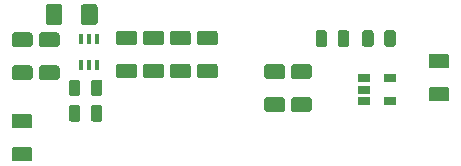
<source format=gbr>
G04 #@! TF.GenerationSoftware,KiCad,Pcbnew,5.1.5+dfsg1-2build2*
G04 #@! TF.CreationDate,2021-06-15T21:01:14+02:00*
G04 #@! TF.ProjectId,circuit9,63697263-7569-4743-992e-6b696361645f,rev?*
G04 #@! TF.SameCoordinates,Original*
G04 #@! TF.FileFunction,Paste,Top*
G04 #@! TF.FilePolarity,Positive*
%FSLAX46Y46*%
G04 Gerber Fmt 4.6, Leading zero omitted, Abs format (unit mm)*
G04 Created by KiCad (PCBNEW 5.1.5+dfsg1-2build2) date 2021-06-15 21:01:14*
%MOMM*%
%LPD*%
G04 APERTURE LIST*
%ADD10C,0.100000*%
%ADD11R,0.400000X0.900000*%
%ADD12R,1.060000X0.650000*%
G04 APERTURE END LIST*
D10*
G36*
X35050642Y-43865474D02*
G01*
X35074303Y-43868984D01*
X35097507Y-43874796D01*
X35120029Y-43882854D01*
X35141653Y-43893082D01*
X35162170Y-43905379D01*
X35181383Y-43919629D01*
X35199107Y-43935693D01*
X35215171Y-43953417D01*
X35229421Y-43972630D01*
X35241718Y-43993147D01*
X35251946Y-44014771D01*
X35260004Y-44037293D01*
X35265816Y-44060497D01*
X35269326Y-44084158D01*
X35270500Y-44108050D01*
X35270500Y-45020550D01*
X35269326Y-45044442D01*
X35265816Y-45068103D01*
X35260004Y-45091307D01*
X35251946Y-45113829D01*
X35241718Y-45135453D01*
X35229421Y-45155970D01*
X35215171Y-45175183D01*
X35199107Y-45192907D01*
X35181383Y-45208971D01*
X35162170Y-45223221D01*
X35141653Y-45235518D01*
X35120029Y-45245746D01*
X35097507Y-45253804D01*
X35074303Y-45259616D01*
X35050642Y-45263126D01*
X35026750Y-45264300D01*
X34539250Y-45264300D01*
X34515358Y-45263126D01*
X34491697Y-45259616D01*
X34468493Y-45253804D01*
X34445971Y-45245746D01*
X34424347Y-45235518D01*
X34403830Y-45223221D01*
X34384617Y-45208971D01*
X34366893Y-45192907D01*
X34350829Y-45175183D01*
X34336579Y-45155970D01*
X34324282Y-45135453D01*
X34314054Y-45113829D01*
X34305996Y-45091307D01*
X34300184Y-45068103D01*
X34296674Y-45044442D01*
X34295500Y-45020550D01*
X34295500Y-44108050D01*
X34296674Y-44084158D01*
X34300184Y-44060497D01*
X34305996Y-44037293D01*
X34314054Y-44014771D01*
X34324282Y-43993147D01*
X34336579Y-43972630D01*
X34350829Y-43953417D01*
X34366893Y-43935693D01*
X34384617Y-43919629D01*
X34403830Y-43905379D01*
X34424347Y-43893082D01*
X34445971Y-43882854D01*
X34468493Y-43874796D01*
X34491697Y-43868984D01*
X34515358Y-43865474D01*
X34539250Y-43864300D01*
X35026750Y-43864300D01*
X35050642Y-43865474D01*
G37*
G36*
X33175642Y-43865474D02*
G01*
X33199303Y-43868984D01*
X33222507Y-43874796D01*
X33245029Y-43882854D01*
X33266653Y-43893082D01*
X33287170Y-43905379D01*
X33306383Y-43919629D01*
X33324107Y-43935693D01*
X33340171Y-43953417D01*
X33354421Y-43972630D01*
X33366718Y-43993147D01*
X33376946Y-44014771D01*
X33385004Y-44037293D01*
X33390816Y-44060497D01*
X33394326Y-44084158D01*
X33395500Y-44108050D01*
X33395500Y-45020550D01*
X33394326Y-45044442D01*
X33390816Y-45068103D01*
X33385004Y-45091307D01*
X33376946Y-45113829D01*
X33366718Y-45135453D01*
X33354421Y-45155970D01*
X33340171Y-45175183D01*
X33324107Y-45192907D01*
X33306383Y-45208971D01*
X33287170Y-45223221D01*
X33266653Y-45235518D01*
X33245029Y-45245746D01*
X33222507Y-45253804D01*
X33199303Y-45259616D01*
X33175642Y-45263126D01*
X33151750Y-45264300D01*
X32664250Y-45264300D01*
X32640358Y-45263126D01*
X32616697Y-45259616D01*
X32593493Y-45253804D01*
X32570971Y-45245746D01*
X32549347Y-45235518D01*
X32528830Y-45223221D01*
X32509617Y-45208971D01*
X32491893Y-45192907D01*
X32475829Y-45175183D01*
X32461579Y-45155970D01*
X32449282Y-45135453D01*
X32439054Y-45113829D01*
X32430996Y-45091307D01*
X32425184Y-45068103D01*
X32421674Y-45044442D01*
X32420500Y-45020550D01*
X32420500Y-44108050D01*
X32421674Y-44084158D01*
X32425184Y-44060497D01*
X32430996Y-44037293D01*
X32439054Y-44014771D01*
X32449282Y-43993147D01*
X32461579Y-43972630D01*
X32475829Y-43953417D01*
X32491893Y-43935693D01*
X32509617Y-43919629D01*
X32528830Y-43905379D01*
X32549347Y-43893082D01*
X32570971Y-43882854D01*
X32593493Y-43874796D01*
X32616697Y-43868984D01*
X32640358Y-43865474D01*
X32664250Y-43864300D01*
X33151750Y-43864300D01*
X33175642Y-43865474D01*
G37*
G36*
X55942142Y-39687174D02*
G01*
X55965803Y-39690684D01*
X55989007Y-39696496D01*
X56011529Y-39704554D01*
X56033153Y-39714782D01*
X56053670Y-39727079D01*
X56072883Y-39741329D01*
X56090607Y-39757393D01*
X56106671Y-39775117D01*
X56120921Y-39794330D01*
X56133218Y-39814847D01*
X56143446Y-39836471D01*
X56151504Y-39858993D01*
X56157316Y-39882197D01*
X56160826Y-39905858D01*
X56162000Y-39929750D01*
X56162000Y-40842250D01*
X56160826Y-40866142D01*
X56157316Y-40889803D01*
X56151504Y-40913007D01*
X56143446Y-40935529D01*
X56133218Y-40957153D01*
X56120921Y-40977670D01*
X56106671Y-40996883D01*
X56090607Y-41014607D01*
X56072883Y-41030671D01*
X56053670Y-41044921D01*
X56033153Y-41057218D01*
X56011529Y-41067446D01*
X55989007Y-41075504D01*
X55965803Y-41081316D01*
X55942142Y-41084826D01*
X55918250Y-41086000D01*
X55430750Y-41086000D01*
X55406858Y-41084826D01*
X55383197Y-41081316D01*
X55359993Y-41075504D01*
X55337471Y-41067446D01*
X55315847Y-41057218D01*
X55295330Y-41044921D01*
X55276117Y-41030671D01*
X55258393Y-41014607D01*
X55242329Y-40996883D01*
X55228079Y-40977670D01*
X55215782Y-40957153D01*
X55205554Y-40935529D01*
X55197496Y-40913007D01*
X55191684Y-40889803D01*
X55188174Y-40866142D01*
X55187000Y-40842250D01*
X55187000Y-39929750D01*
X55188174Y-39905858D01*
X55191684Y-39882197D01*
X55197496Y-39858993D01*
X55205554Y-39836471D01*
X55215782Y-39814847D01*
X55228079Y-39794330D01*
X55242329Y-39775117D01*
X55258393Y-39757393D01*
X55276117Y-39741329D01*
X55295330Y-39727079D01*
X55315847Y-39714782D01*
X55337471Y-39704554D01*
X55359993Y-39696496D01*
X55383197Y-39690684D01*
X55406858Y-39687174D01*
X55430750Y-39686000D01*
X55918250Y-39686000D01*
X55942142Y-39687174D01*
G37*
G36*
X54067142Y-39687174D02*
G01*
X54090803Y-39690684D01*
X54114007Y-39696496D01*
X54136529Y-39704554D01*
X54158153Y-39714782D01*
X54178670Y-39727079D01*
X54197883Y-39741329D01*
X54215607Y-39757393D01*
X54231671Y-39775117D01*
X54245921Y-39794330D01*
X54258218Y-39814847D01*
X54268446Y-39836471D01*
X54276504Y-39858993D01*
X54282316Y-39882197D01*
X54285826Y-39905858D01*
X54287000Y-39929750D01*
X54287000Y-40842250D01*
X54285826Y-40866142D01*
X54282316Y-40889803D01*
X54276504Y-40913007D01*
X54268446Y-40935529D01*
X54258218Y-40957153D01*
X54245921Y-40977670D01*
X54231671Y-40996883D01*
X54215607Y-41014607D01*
X54197883Y-41030671D01*
X54178670Y-41044921D01*
X54158153Y-41057218D01*
X54136529Y-41067446D01*
X54114007Y-41075504D01*
X54090803Y-41081316D01*
X54067142Y-41084826D01*
X54043250Y-41086000D01*
X53555750Y-41086000D01*
X53531858Y-41084826D01*
X53508197Y-41081316D01*
X53484993Y-41075504D01*
X53462471Y-41067446D01*
X53440847Y-41057218D01*
X53420330Y-41044921D01*
X53401117Y-41030671D01*
X53383393Y-41014607D01*
X53367329Y-40996883D01*
X53353079Y-40977670D01*
X53340782Y-40957153D01*
X53330554Y-40935529D01*
X53322496Y-40913007D01*
X53316684Y-40889803D01*
X53313174Y-40866142D01*
X53312000Y-40842250D01*
X53312000Y-39929750D01*
X53313174Y-39905858D01*
X53316684Y-39882197D01*
X53322496Y-39858993D01*
X53330554Y-39836471D01*
X53340782Y-39814847D01*
X53353079Y-39794330D01*
X53367329Y-39775117D01*
X53383393Y-39757393D01*
X53401117Y-39741329D01*
X53420330Y-39727079D01*
X53440847Y-39714782D01*
X53462471Y-39704554D01*
X53484993Y-39696496D01*
X53508197Y-39690684D01*
X53531858Y-39687174D01*
X53555750Y-39686000D01*
X54043250Y-39686000D01*
X54067142Y-39687174D01*
G37*
G36*
X35050642Y-46024474D02*
G01*
X35074303Y-46027984D01*
X35097507Y-46033796D01*
X35120029Y-46041854D01*
X35141653Y-46052082D01*
X35162170Y-46064379D01*
X35181383Y-46078629D01*
X35199107Y-46094693D01*
X35215171Y-46112417D01*
X35229421Y-46131630D01*
X35241718Y-46152147D01*
X35251946Y-46173771D01*
X35260004Y-46196293D01*
X35265816Y-46219497D01*
X35269326Y-46243158D01*
X35270500Y-46267050D01*
X35270500Y-47179550D01*
X35269326Y-47203442D01*
X35265816Y-47227103D01*
X35260004Y-47250307D01*
X35251946Y-47272829D01*
X35241718Y-47294453D01*
X35229421Y-47314970D01*
X35215171Y-47334183D01*
X35199107Y-47351907D01*
X35181383Y-47367971D01*
X35162170Y-47382221D01*
X35141653Y-47394518D01*
X35120029Y-47404746D01*
X35097507Y-47412804D01*
X35074303Y-47418616D01*
X35050642Y-47422126D01*
X35026750Y-47423300D01*
X34539250Y-47423300D01*
X34515358Y-47422126D01*
X34491697Y-47418616D01*
X34468493Y-47412804D01*
X34445971Y-47404746D01*
X34424347Y-47394518D01*
X34403830Y-47382221D01*
X34384617Y-47367971D01*
X34366893Y-47351907D01*
X34350829Y-47334183D01*
X34336579Y-47314970D01*
X34324282Y-47294453D01*
X34314054Y-47272829D01*
X34305996Y-47250307D01*
X34300184Y-47227103D01*
X34296674Y-47203442D01*
X34295500Y-47179550D01*
X34295500Y-46267050D01*
X34296674Y-46243158D01*
X34300184Y-46219497D01*
X34305996Y-46196293D01*
X34314054Y-46173771D01*
X34324282Y-46152147D01*
X34336579Y-46131630D01*
X34350829Y-46112417D01*
X34366893Y-46094693D01*
X34384617Y-46078629D01*
X34403830Y-46064379D01*
X34424347Y-46052082D01*
X34445971Y-46041854D01*
X34468493Y-46033796D01*
X34491697Y-46027984D01*
X34515358Y-46024474D01*
X34539250Y-46023300D01*
X35026750Y-46023300D01*
X35050642Y-46024474D01*
G37*
G36*
X33175642Y-46024474D02*
G01*
X33199303Y-46027984D01*
X33222507Y-46033796D01*
X33245029Y-46041854D01*
X33266653Y-46052082D01*
X33287170Y-46064379D01*
X33306383Y-46078629D01*
X33324107Y-46094693D01*
X33340171Y-46112417D01*
X33354421Y-46131630D01*
X33366718Y-46152147D01*
X33376946Y-46173771D01*
X33385004Y-46196293D01*
X33390816Y-46219497D01*
X33394326Y-46243158D01*
X33395500Y-46267050D01*
X33395500Y-47179550D01*
X33394326Y-47203442D01*
X33390816Y-47227103D01*
X33385004Y-47250307D01*
X33376946Y-47272829D01*
X33366718Y-47294453D01*
X33354421Y-47314970D01*
X33340171Y-47334183D01*
X33324107Y-47351907D01*
X33306383Y-47367971D01*
X33287170Y-47382221D01*
X33266653Y-47394518D01*
X33245029Y-47404746D01*
X33222507Y-47412804D01*
X33199303Y-47418616D01*
X33175642Y-47422126D01*
X33151750Y-47423300D01*
X32664250Y-47423300D01*
X32640358Y-47422126D01*
X32616697Y-47418616D01*
X32593493Y-47412804D01*
X32570971Y-47404746D01*
X32549347Y-47394518D01*
X32528830Y-47382221D01*
X32509617Y-47367971D01*
X32491893Y-47351907D01*
X32475829Y-47334183D01*
X32461579Y-47314970D01*
X32449282Y-47294453D01*
X32439054Y-47272829D01*
X32430996Y-47250307D01*
X32425184Y-47227103D01*
X32421674Y-47203442D01*
X32420500Y-47179550D01*
X32420500Y-46267050D01*
X32421674Y-46243158D01*
X32425184Y-46219497D01*
X32430996Y-46196293D01*
X32439054Y-46173771D01*
X32449282Y-46152147D01*
X32461579Y-46131630D01*
X32475829Y-46112417D01*
X32491893Y-46094693D01*
X32509617Y-46078629D01*
X32528830Y-46064379D01*
X32549347Y-46052082D01*
X32570971Y-46041854D01*
X32593493Y-46033796D01*
X32616697Y-46027984D01*
X32640358Y-46024474D01*
X32664250Y-46023300D01*
X33151750Y-46023300D01*
X33175642Y-46024474D01*
G37*
G36*
X58004142Y-39687174D02*
G01*
X58027803Y-39690684D01*
X58051007Y-39696496D01*
X58073529Y-39704554D01*
X58095153Y-39714782D01*
X58115670Y-39727079D01*
X58134883Y-39741329D01*
X58152607Y-39757393D01*
X58168671Y-39775117D01*
X58182921Y-39794330D01*
X58195218Y-39814847D01*
X58205446Y-39836471D01*
X58213504Y-39858993D01*
X58219316Y-39882197D01*
X58222826Y-39905858D01*
X58224000Y-39929750D01*
X58224000Y-40842250D01*
X58222826Y-40866142D01*
X58219316Y-40889803D01*
X58213504Y-40913007D01*
X58205446Y-40935529D01*
X58195218Y-40957153D01*
X58182921Y-40977670D01*
X58168671Y-40996883D01*
X58152607Y-41014607D01*
X58134883Y-41030671D01*
X58115670Y-41044921D01*
X58095153Y-41057218D01*
X58073529Y-41067446D01*
X58051007Y-41075504D01*
X58027803Y-41081316D01*
X58004142Y-41084826D01*
X57980250Y-41086000D01*
X57492750Y-41086000D01*
X57468858Y-41084826D01*
X57445197Y-41081316D01*
X57421993Y-41075504D01*
X57399471Y-41067446D01*
X57377847Y-41057218D01*
X57357330Y-41044921D01*
X57338117Y-41030671D01*
X57320393Y-41014607D01*
X57304329Y-40996883D01*
X57290079Y-40977670D01*
X57277782Y-40957153D01*
X57267554Y-40935529D01*
X57259496Y-40913007D01*
X57253684Y-40889803D01*
X57250174Y-40866142D01*
X57249000Y-40842250D01*
X57249000Y-39929750D01*
X57250174Y-39905858D01*
X57253684Y-39882197D01*
X57259496Y-39858993D01*
X57267554Y-39836471D01*
X57277782Y-39814847D01*
X57290079Y-39794330D01*
X57304329Y-39775117D01*
X57320393Y-39757393D01*
X57338117Y-39741329D01*
X57357330Y-39727079D01*
X57377847Y-39714782D01*
X57399471Y-39704554D01*
X57421993Y-39696496D01*
X57445197Y-39690684D01*
X57468858Y-39687174D01*
X57492750Y-39686000D01*
X57980250Y-39686000D01*
X58004142Y-39687174D01*
G37*
G36*
X59879142Y-39687174D02*
G01*
X59902803Y-39690684D01*
X59926007Y-39696496D01*
X59948529Y-39704554D01*
X59970153Y-39714782D01*
X59990670Y-39727079D01*
X60009883Y-39741329D01*
X60027607Y-39757393D01*
X60043671Y-39775117D01*
X60057921Y-39794330D01*
X60070218Y-39814847D01*
X60080446Y-39836471D01*
X60088504Y-39858993D01*
X60094316Y-39882197D01*
X60097826Y-39905858D01*
X60099000Y-39929750D01*
X60099000Y-40842250D01*
X60097826Y-40866142D01*
X60094316Y-40889803D01*
X60088504Y-40913007D01*
X60080446Y-40935529D01*
X60070218Y-40957153D01*
X60057921Y-40977670D01*
X60043671Y-40996883D01*
X60027607Y-41014607D01*
X60009883Y-41030671D01*
X59990670Y-41044921D01*
X59970153Y-41057218D01*
X59948529Y-41067446D01*
X59926007Y-41075504D01*
X59902803Y-41081316D01*
X59879142Y-41084826D01*
X59855250Y-41086000D01*
X59367750Y-41086000D01*
X59343858Y-41084826D01*
X59320197Y-41081316D01*
X59296993Y-41075504D01*
X59274471Y-41067446D01*
X59252847Y-41057218D01*
X59232330Y-41044921D01*
X59213117Y-41030671D01*
X59195393Y-41014607D01*
X59179329Y-40996883D01*
X59165079Y-40977670D01*
X59152782Y-40957153D01*
X59142554Y-40935529D01*
X59134496Y-40913007D01*
X59128684Y-40889803D01*
X59125174Y-40866142D01*
X59124000Y-40842250D01*
X59124000Y-39929750D01*
X59125174Y-39905858D01*
X59128684Y-39882197D01*
X59134496Y-39858993D01*
X59142554Y-39836471D01*
X59152782Y-39814847D01*
X59165079Y-39794330D01*
X59179329Y-39775117D01*
X59195393Y-39757393D01*
X59213117Y-39741329D01*
X59232330Y-39727079D01*
X59252847Y-39714782D01*
X59274471Y-39704554D01*
X59296993Y-39696496D01*
X59320197Y-39690684D01*
X59343858Y-39687174D01*
X59367750Y-39686000D01*
X59855250Y-39686000D01*
X59879142Y-39687174D01*
G37*
D11*
X33474900Y-42603600D03*
X34774900Y-42603600D03*
X34124900Y-40403600D03*
X34124900Y-42603600D03*
X34774900Y-40403600D03*
X33474900Y-40403600D03*
D12*
X57447000Y-43754000D03*
X57447000Y-44704000D03*
X57447000Y-45654000D03*
X59647000Y-45654000D03*
X59647000Y-43754000D03*
D10*
G36*
X31408904Y-39860804D02*
G01*
X31433173Y-39864404D01*
X31456971Y-39870365D01*
X31480071Y-39878630D01*
X31502249Y-39889120D01*
X31523293Y-39901733D01*
X31542998Y-39916347D01*
X31561177Y-39932823D01*
X31577653Y-39951002D01*
X31592267Y-39970707D01*
X31604880Y-39991751D01*
X31615370Y-40013929D01*
X31623635Y-40037029D01*
X31629596Y-40060827D01*
X31633196Y-40085096D01*
X31634400Y-40109600D01*
X31634400Y-40859600D01*
X31633196Y-40884104D01*
X31629596Y-40908373D01*
X31623635Y-40932171D01*
X31615370Y-40955271D01*
X31604880Y-40977449D01*
X31592267Y-40998493D01*
X31577653Y-41018198D01*
X31561177Y-41036377D01*
X31542998Y-41052853D01*
X31523293Y-41067467D01*
X31502249Y-41080080D01*
X31480071Y-41090570D01*
X31456971Y-41098835D01*
X31433173Y-41104796D01*
X31408904Y-41108396D01*
X31384400Y-41109600D01*
X30134400Y-41109600D01*
X30109896Y-41108396D01*
X30085627Y-41104796D01*
X30061829Y-41098835D01*
X30038729Y-41090570D01*
X30016551Y-41080080D01*
X29995507Y-41067467D01*
X29975802Y-41052853D01*
X29957623Y-41036377D01*
X29941147Y-41018198D01*
X29926533Y-40998493D01*
X29913920Y-40977449D01*
X29903430Y-40955271D01*
X29895165Y-40932171D01*
X29889204Y-40908373D01*
X29885604Y-40884104D01*
X29884400Y-40859600D01*
X29884400Y-40109600D01*
X29885604Y-40085096D01*
X29889204Y-40060827D01*
X29895165Y-40037029D01*
X29903430Y-40013929D01*
X29913920Y-39991751D01*
X29926533Y-39970707D01*
X29941147Y-39951002D01*
X29957623Y-39932823D01*
X29975802Y-39916347D01*
X29995507Y-39901733D01*
X30016551Y-39889120D01*
X30038729Y-39878630D01*
X30061829Y-39870365D01*
X30085627Y-39864404D01*
X30109896Y-39860804D01*
X30134400Y-39859600D01*
X31384400Y-39859600D01*
X31408904Y-39860804D01*
G37*
G36*
X31408904Y-42660804D02*
G01*
X31433173Y-42664404D01*
X31456971Y-42670365D01*
X31480071Y-42678630D01*
X31502249Y-42689120D01*
X31523293Y-42701733D01*
X31542998Y-42716347D01*
X31561177Y-42732823D01*
X31577653Y-42751002D01*
X31592267Y-42770707D01*
X31604880Y-42791751D01*
X31615370Y-42813929D01*
X31623635Y-42837029D01*
X31629596Y-42860827D01*
X31633196Y-42885096D01*
X31634400Y-42909600D01*
X31634400Y-43659600D01*
X31633196Y-43684104D01*
X31629596Y-43708373D01*
X31623635Y-43732171D01*
X31615370Y-43755271D01*
X31604880Y-43777449D01*
X31592267Y-43798493D01*
X31577653Y-43818198D01*
X31561177Y-43836377D01*
X31542998Y-43852853D01*
X31523293Y-43867467D01*
X31502249Y-43880080D01*
X31480071Y-43890570D01*
X31456971Y-43898835D01*
X31433173Y-43904796D01*
X31408904Y-43908396D01*
X31384400Y-43909600D01*
X30134400Y-43909600D01*
X30109896Y-43908396D01*
X30085627Y-43904796D01*
X30061829Y-43898835D01*
X30038729Y-43890570D01*
X30016551Y-43880080D01*
X29995507Y-43867467D01*
X29975802Y-43852853D01*
X29957623Y-43836377D01*
X29941147Y-43818198D01*
X29926533Y-43798493D01*
X29913920Y-43777449D01*
X29903430Y-43755271D01*
X29895165Y-43732171D01*
X29889204Y-43708373D01*
X29885604Y-43684104D01*
X29884400Y-43659600D01*
X29884400Y-42909600D01*
X29885604Y-42885096D01*
X29889204Y-42860827D01*
X29895165Y-42837029D01*
X29903430Y-42813929D01*
X29913920Y-42791751D01*
X29926533Y-42770707D01*
X29941147Y-42751002D01*
X29957623Y-42732823D01*
X29975802Y-42716347D01*
X29995507Y-42701733D01*
X30016551Y-42689120D01*
X30038729Y-42678630D01*
X30061829Y-42670365D01*
X30085627Y-42664404D01*
X30109896Y-42660804D01*
X30134400Y-42659600D01*
X31384400Y-42659600D01*
X31408904Y-42660804D01*
G37*
G36*
X29122904Y-42660804D02*
G01*
X29147173Y-42664404D01*
X29170971Y-42670365D01*
X29194071Y-42678630D01*
X29216249Y-42689120D01*
X29237293Y-42701733D01*
X29256998Y-42716347D01*
X29275177Y-42732823D01*
X29291653Y-42751002D01*
X29306267Y-42770707D01*
X29318880Y-42791751D01*
X29329370Y-42813929D01*
X29337635Y-42837029D01*
X29343596Y-42860827D01*
X29347196Y-42885096D01*
X29348400Y-42909600D01*
X29348400Y-43659600D01*
X29347196Y-43684104D01*
X29343596Y-43708373D01*
X29337635Y-43732171D01*
X29329370Y-43755271D01*
X29318880Y-43777449D01*
X29306267Y-43798493D01*
X29291653Y-43818198D01*
X29275177Y-43836377D01*
X29256998Y-43852853D01*
X29237293Y-43867467D01*
X29216249Y-43880080D01*
X29194071Y-43890570D01*
X29170971Y-43898835D01*
X29147173Y-43904796D01*
X29122904Y-43908396D01*
X29098400Y-43909600D01*
X27848400Y-43909600D01*
X27823896Y-43908396D01*
X27799627Y-43904796D01*
X27775829Y-43898835D01*
X27752729Y-43890570D01*
X27730551Y-43880080D01*
X27709507Y-43867467D01*
X27689802Y-43852853D01*
X27671623Y-43836377D01*
X27655147Y-43818198D01*
X27640533Y-43798493D01*
X27627920Y-43777449D01*
X27617430Y-43755271D01*
X27609165Y-43732171D01*
X27603204Y-43708373D01*
X27599604Y-43684104D01*
X27598400Y-43659600D01*
X27598400Y-42909600D01*
X27599604Y-42885096D01*
X27603204Y-42860827D01*
X27609165Y-42837029D01*
X27617430Y-42813929D01*
X27627920Y-42791751D01*
X27640533Y-42770707D01*
X27655147Y-42751002D01*
X27671623Y-42732823D01*
X27689802Y-42716347D01*
X27709507Y-42701733D01*
X27730551Y-42689120D01*
X27752729Y-42678630D01*
X27775829Y-42670365D01*
X27799627Y-42664404D01*
X27823896Y-42660804D01*
X27848400Y-42659600D01*
X29098400Y-42659600D01*
X29122904Y-42660804D01*
G37*
G36*
X29122904Y-39860804D02*
G01*
X29147173Y-39864404D01*
X29170971Y-39870365D01*
X29194071Y-39878630D01*
X29216249Y-39889120D01*
X29237293Y-39901733D01*
X29256998Y-39916347D01*
X29275177Y-39932823D01*
X29291653Y-39951002D01*
X29306267Y-39970707D01*
X29318880Y-39991751D01*
X29329370Y-40013929D01*
X29337635Y-40037029D01*
X29343596Y-40060827D01*
X29347196Y-40085096D01*
X29348400Y-40109600D01*
X29348400Y-40859600D01*
X29347196Y-40884104D01*
X29343596Y-40908373D01*
X29337635Y-40932171D01*
X29329370Y-40955271D01*
X29318880Y-40977449D01*
X29306267Y-40998493D01*
X29291653Y-41018198D01*
X29275177Y-41036377D01*
X29256998Y-41052853D01*
X29237293Y-41067467D01*
X29216249Y-41080080D01*
X29194071Y-41090570D01*
X29170971Y-41098835D01*
X29147173Y-41104796D01*
X29122904Y-41108396D01*
X29098400Y-41109600D01*
X27848400Y-41109600D01*
X27823896Y-41108396D01*
X27799627Y-41104796D01*
X27775829Y-41098835D01*
X27752729Y-41090570D01*
X27730551Y-41080080D01*
X27709507Y-41067467D01*
X27689802Y-41052853D01*
X27671623Y-41036377D01*
X27655147Y-41018198D01*
X27640533Y-40998493D01*
X27627920Y-40977449D01*
X27617430Y-40955271D01*
X27609165Y-40932171D01*
X27603204Y-40908373D01*
X27599604Y-40884104D01*
X27598400Y-40859600D01*
X27598400Y-40109600D01*
X27599604Y-40085096D01*
X27603204Y-40060827D01*
X27609165Y-40037029D01*
X27617430Y-40013929D01*
X27627920Y-39991751D01*
X27640533Y-39970707D01*
X27655147Y-39951002D01*
X27671623Y-39932823D01*
X27689802Y-39916347D01*
X27709507Y-39901733D01*
X27730551Y-39889120D01*
X27752729Y-39878630D01*
X27775829Y-39870365D01*
X27799627Y-39864404D01*
X27823896Y-39860804D01*
X27848400Y-39859600D01*
X29098400Y-39859600D01*
X29122904Y-39860804D01*
G37*
G36*
X37949404Y-39708404D02*
G01*
X37973673Y-39712004D01*
X37997471Y-39717965D01*
X38020571Y-39726230D01*
X38042749Y-39736720D01*
X38063793Y-39749333D01*
X38083498Y-39763947D01*
X38101677Y-39780423D01*
X38118153Y-39798602D01*
X38132767Y-39818307D01*
X38145380Y-39839351D01*
X38155870Y-39861529D01*
X38164135Y-39884629D01*
X38170096Y-39908427D01*
X38173696Y-39932696D01*
X38174900Y-39957200D01*
X38174900Y-40707200D01*
X38173696Y-40731704D01*
X38170096Y-40755973D01*
X38164135Y-40779771D01*
X38155870Y-40802871D01*
X38145380Y-40825049D01*
X38132767Y-40846093D01*
X38118153Y-40865798D01*
X38101677Y-40883977D01*
X38083498Y-40900453D01*
X38063793Y-40915067D01*
X38042749Y-40927680D01*
X38020571Y-40938170D01*
X37997471Y-40946435D01*
X37973673Y-40952396D01*
X37949404Y-40955996D01*
X37924900Y-40957200D01*
X36674900Y-40957200D01*
X36650396Y-40955996D01*
X36626127Y-40952396D01*
X36602329Y-40946435D01*
X36579229Y-40938170D01*
X36557051Y-40927680D01*
X36536007Y-40915067D01*
X36516302Y-40900453D01*
X36498123Y-40883977D01*
X36481647Y-40865798D01*
X36467033Y-40846093D01*
X36454420Y-40825049D01*
X36443930Y-40802871D01*
X36435665Y-40779771D01*
X36429704Y-40755973D01*
X36426104Y-40731704D01*
X36424900Y-40707200D01*
X36424900Y-39957200D01*
X36426104Y-39932696D01*
X36429704Y-39908427D01*
X36435665Y-39884629D01*
X36443930Y-39861529D01*
X36454420Y-39839351D01*
X36467033Y-39818307D01*
X36481647Y-39798602D01*
X36498123Y-39780423D01*
X36516302Y-39763947D01*
X36536007Y-39749333D01*
X36557051Y-39736720D01*
X36579229Y-39726230D01*
X36602329Y-39717965D01*
X36626127Y-39712004D01*
X36650396Y-39708404D01*
X36674900Y-39707200D01*
X37924900Y-39707200D01*
X37949404Y-39708404D01*
G37*
G36*
X37949404Y-42508404D02*
G01*
X37973673Y-42512004D01*
X37997471Y-42517965D01*
X38020571Y-42526230D01*
X38042749Y-42536720D01*
X38063793Y-42549333D01*
X38083498Y-42563947D01*
X38101677Y-42580423D01*
X38118153Y-42598602D01*
X38132767Y-42618307D01*
X38145380Y-42639351D01*
X38155870Y-42661529D01*
X38164135Y-42684629D01*
X38170096Y-42708427D01*
X38173696Y-42732696D01*
X38174900Y-42757200D01*
X38174900Y-43507200D01*
X38173696Y-43531704D01*
X38170096Y-43555973D01*
X38164135Y-43579771D01*
X38155870Y-43602871D01*
X38145380Y-43625049D01*
X38132767Y-43646093D01*
X38118153Y-43665798D01*
X38101677Y-43683977D01*
X38083498Y-43700453D01*
X38063793Y-43715067D01*
X38042749Y-43727680D01*
X38020571Y-43738170D01*
X37997471Y-43746435D01*
X37973673Y-43752396D01*
X37949404Y-43755996D01*
X37924900Y-43757200D01*
X36674900Y-43757200D01*
X36650396Y-43755996D01*
X36626127Y-43752396D01*
X36602329Y-43746435D01*
X36579229Y-43738170D01*
X36557051Y-43727680D01*
X36536007Y-43715067D01*
X36516302Y-43700453D01*
X36498123Y-43683977D01*
X36481647Y-43665798D01*
X36467033Y-43646093D01*
X36454420Y-43625049D01*
X36443930Y-43602871D01*
X36435665Y-43579771D01*
X36429704Y-43555973D01*
X36426104Y-43531704D01*
X36424900Y-43507200D01*
X36424900Y-42757200D01*
X36426104Y-42732696D01*
X36429704Y-42708427D01*
X36435665Y-42684629D01*
X36443930Y-42661529D01*
X36454420Y-42639351D01*
X36467033Y-42618307D01*
X36481647Y-42598602D01*
X36498123Y-42580423D01*
X36516302Y-42563947D01*
X36536007Y-42549333D01*
X36557051Y-42536720D01*
X36579229Y-42526230D01*
X36602329Y-42517965D01*
X36626127Y-42512004D01*
X36650396Y-42508404D01*
X36674900Y-42507200D01*
X37924900Y-42507200D01*
X37949404Y-42508404D01*
G37*
G36*
X40235404Y-42508404D02*
G01*
X40259673Y-42512004D01*
X40283471Y-42517965D01*
X40306571Y-42526230D01*
X40328749Y-42536720D01*
X40349793Y-42549333D01*
X40369498Y-42563947D01*
X40387677Y-42580423D01*
X40404153Y-42598602D01*
X40418767Y-42618307D01*
X40431380Y-42639351D01*
X40441870Y-42661529D01*
X40450135Y-42684629D01*
X40456096Y-42708427D01*
X40459696Y-42732696D01*
X40460900Y-42757200D01*
X40460900Y-43507200D01*
X40459696Y-43531704D01*
X40456096Y-43555973D01*
X40450135Y-43579771D01*
X40441870Y-43602871D01*
X40431380Y-43625049D01*
X40418767Y-43646093D01*
X40404153Y-43665798D01*
X40387677Y-43683977D01*
X40369498Y-43700453D01*
X40349793Y-43715067D01*
X40328749Y-43727680D01*
X40306571Y-43738170D01*
X40283471Y-43746435D01*
X40259673Y-43752396D01*
X40235404Y-43755996D01*
X40210900Y-43757200D01*
X38960900Y-43757200D01*
X38936396Y-43755996D01*
X38912127Y-43752396D01*
X38888329Y-43746435D01*
X38865229Y-43738170D01*
X38843051Y-43727680D01*
X38822007Y-43715067D01*
X38802302Y-43700453D01*
X38784123Y-43683977D01*
X38767647Y-43665798D01*
X38753033Y-43646093D01*
X38740420Y-43625049D01*
X38729930Y-43602871D01*
X38721665Y-43579771D01*
X38715704Y-43555973D01*
X38712104Y-43531704D01*
X38710900Y-43507200D01*
X38710900Y-42757200D01*
X38712104Y-42732696D01*
X38715704Y-42708427D01*
X38721665Y-42684629D01*
X38729930Y-42661529D01*
X38740420Y-42639351D01*
X38753033Y-42618307D01*
X38767647Y-42598602D01*
X38784123Y-42580423D01*
X38802302Y-42563947D01*
X38822007Y-42549333D01*
X38843051Y-42536720D01*
X38865229Y-42526230D01*
X38888329Y-42517965D01*
X38912127Y-42512004D01*
X38936396Y-42508404D01*
X38960900Y-42507200D01*
X40210900Y-42507200D01*
X40235404Y-42508404D01*
G37*
G36*
X40235404Y-39708404D02*
G01*
X40259673Y-39712004D01*
X40283471Y-39717965D01*
X40306571Y-39726230D01*
X40328749Y-39736720D01*
X40349793Y-39749333D01*
X40369498Y-39763947D01*
X40387677Y-39780423D01*
X40404153Y-39798602D01*
X40418767Y-39818307D01*
X40431380Y-39839351D01*
X40441870Y-39861529D01*
X40450135Y-39884629D01*
X40456096Y-39908427D01*
X40459696Y-39932696D01*
X40460900Y-39957200D01*
X40460900Y-40707200D01*
X40459696Y-40731704D01*
X40456096Y-40755973D01*
X40450135Y-40779771D01*
X40441870Y-40802871D01*
X40431380Y-40825049D01*
X40418767Y-40846093D01*
X40404153Y-40865798D01*
X40387677Y-40883977D01*
X40369498Y-40900453D01*
X40349793Y-40915067D01*
X40328749Y-40927680D01*
X40306571Y-40938170D01*
X40283471Y-40946435D01*
X40259673Y-40952396D01*
X40235404Y-40955996D01*
X40210900Y-40957200D01*
X38960900Y-40957200D01*
X38936396Y-40955996D01*
X38912127Y-40952396D01*
X38888329Y-40946435D01*
X38865229Y-40938170D01*
X38843051Y-40927680D01*
X38822007Y-40915067D01*
X38802302Y-40900453D01*
X38784123Y-40883977D01*
X38767647Y-40865798D01*
X38753033Y-40846093D01*
X38740420Y-40825049D01*
X38729930Y-40802871D01*
X38721665Y-40779771D01*
X38715704Y-40755973D01*
X38712104Y-40731704D01*
X38710900Y-40707200D01*
X38710900Y-39957200D01*
X38712104Y-39932696D01*
X38715704Y-39908427D01*
X38721665Y-39884629D01*
X38729930Y-39861529D01*
X38740420Y-39839351D01*
X38753033Y-39818307D01*
X38767647Y-39798602D01*
X38784123Y-39780423D01*
X38802302Y-39763947D01*
X38822007Y-39749333D01*
X38843051Y-39736720D01*
X38865229Y-39726230D01*
X38888329Y-39717965D01*
X38912127Y-39712004D01*
X38936396Y-39708404D01*
X38960900Y-39707200D01*
X40210900Y-39707200D01*
X40235404Y-39708404D01*
G37*
G36*
X29097504Y-49544204D02*
G01*
X29121773Y-49547804D01*
X29145571Y-49553765D01*
X29168671Y-49562030D01*
X29190849Y-49572520D01*
X29211893Y-49585133D01*
X29231598Y-49599747D01*
X29249777Y-49616223D01*
X29266253Y-49634402D01*
X29280867Y-49654107D01*
X29293480Y-49675151D01*
X29303970Y-49697329D01*
X29312235Y-49720429D01*
X29318196Y-49744227D01*
X29321796Y-49768496D01*
X29323000Y-49793000D01*
X29323000Y-50543000D01*
X29321796Y-50567504D01*
X29318196Y-50591773D01*
X29312235Y-50615571D01*
X29303970Y-50638671D01*
X29293480Y-50660849D01*
X29280867Y-50681893D01*
X29266253Y-50701598D01*
X29249777Y-50719777D01*
X29231598Y-50736253D01*
X29211893Y-50750867D01*
X29190849Y-50763480D01*
X29168671Y-50773970D01*
X29145571Y-50782235D01*
X29121773Y-50788196D01*
X29097504Y-50791796D01*
X29073000Y-50793000D01*
X27823000Y-50793000D01*
X27798496Y-50791796D01*
X27774227Y-50788196D01*
X27750429Y-50782235D01*
X27727329Y-50773970D01*
X27705151Y-50763480D01*
X27684107Y-50750867D01*
X27664402Y-50736253D01*
X27646223Y-50719777D01*
X27629747Y-50701598D01*
X27615133Y-50681893D01*
X27602520Y-50660849D01*
X27592030Y-50638671D01*
X27583765Y-50615571D01*
X27577804Y-50591773D01*
X27574204Y-50567504D01*
X27573000Y-50543000D01*
X27573000Y-49793000D01*
X27574204Y-49768496D01*
X27577804Y-49744227D01*
X27583765Y-49720429D01*
X27592030Y-49697329D01*
X27602520Y-49675151D01*
X27615133Y-49654107D01*
X27629747Y-49634402D01*
X27646223Y-49616223D01*
X27664402Y-49599747D01*
X27684107Y-49585133D01*
X27705151Y-49572520D01*
X27727329Y-49562030D01*
X27750429Y-49553765D01*
X27774227Y-49547804D01*
X27798496Y-49544204D01*
X27823000Y-49543000D01*
X29073000Y-49543000D01*
X29097504Y-49544204D01*
G37*
G36*
X29097504Y-46744204D02*
G01*
X29121773Y-46747804D01*
X29145571Y-46753765D01*
X29168671Y-46762030D01*
X29190849Y-46772520D01*
X29211893Y-46785133D01*
X29231598Y-46799747D01*
X29249777Y-46816223D01*
X29266253Y-46834402D01*
X29280867Y-46854107D01*
X29293480Y-46875151D01*
X29303970Y-46897329D01*
X29312235Y-46920429D01*
X29318196Y-46944227D01*
X29321796Y-46968496D01*
X29323000Y-46993000D01*
X29323000Y-47743000D01*
X29321796Y-47767504D01*
X29318196Y-47791773D01*
X29312235Y-47815571D01*
X29303970Y-47838671D01*
X29293480Y-47860849D01*
X29280867Y-47881893D01*
X29266253Y-47901598D01*
X29249777Y-47919777D01*
X29231598Y-47936253D01*
X29211893Y-47950867D01*
X29190849Y-47963480D01*
X29168671Y-47973970D01*
X29145571Y-47982235D01*
X29121773Y-47988196D01*
X29097504Y-47991796D01*
X29073000Y-47993000D01*
X27823000Y-47993000D01*
X27798496Y-47991796D01*
X27774227Y-47988196D01*
X27750429Y-47982235D01*
X27727329Y-47973970D01*
X27705151Y-47963480D01*
X27684107Y-47950867D01*
X27664402Y-47936253D01*
X27646223Y-47919777D01*
X27629747Y-47901598D01*
X27615133Y-47881893D01*
X27602520Y-47860849D01*
X27592030Y-47838671D01*
X27583765Y-47815571D01*
X27577804Y-47791773D01*
X27574204Y-47767504D01*
X27573000Y-47743000D01*
X27573000Y-46993000D01*
X27574204Y-46968496D01*
X27577804Y-46944227D01*
X27583765Y-46920429D01*
X27592030Y-46897329D01*
X27602520Y-46875151D01*
X27615133Y-46854107D01*
X27629747Y-46834402D01*
X27646223Y-46816223D01*
X27664402Y-46799747D01*
X27684107Y-46785133D01*
X27705151Y-46772520D01*
X27727329Y-46762030D01*
X27750429Y-46753765D01*
X27774227Y-46747804D01*
X27798496Y-46744204D01*
X27823000Y-46743000D01*
X29073000Y-46743000D01*
X29097504Y-46744204D01*
G37*
G36*
X64403504Y-44464204D02*
G01*
X64427773Y-44467804D01*
X64451571Y-44473765D01*
X64474671Y-44482030D01*
X64496849Y-44492520D01*
X64517893Y-44505133D01*
X64537598Y-44519747D01*
X64555777Y-44536223D01*
X64572253Y-44554402D01*
X64586867Y-44574107D01*
X64599480Y-44595151D01*
X64609970Y-44617329D01*
X64618235Y-44640429D01*
X64624196Y-44664227D01*
X64627796Y-44688496D01*
X64629000Y-44713000D01*
X64629000Y-45463000D01*
X64627796Y-45487504D01*
X64624196Y-45511773D01*
X64618235Y-45535571D01*
X64609970Y-45558671D01*
X64599480Y-45580849D01*
X64586867Y-45601893D01*
X64572253Y-45621598D01*
X64555777Y-45639777D01*
X64537598Y-45656253D01*
X64517893Y-45670867D01*
X64496849Y-45683480D01*
X64474671Y-45693970D01*
X64451571Y-45702235D01*
X64427773Y-45708196D01*
X64403504Y-45711796D01*
X64379000Y-45713000D01*
X63129000Y-45713000D01*
X63104496Y-45711796D01*
X63080227Y-45708196D01*
X63056429Y-45702235D01*
X63033329Y-45693970D01*
X63011151Y-45683480D01*
X62990107Y-45670867D01*
X62970402Y-45656253D01*
X62952223Y-45639777D01*
X62935747Y-45621598D01*
X62921133Y-45601893D01*
X62908520Y-45580849D01*
X62898030Y-45558671D01*
X62889765Y-45535571D01*
X62883804Y-45511773D01*
X62880204Y-45487504D01*
X62879000Y-45463000D01*
X62879000Y-44713000D01*
X62880204Y-44688496D01*
X62883804Y-44664227D01*
X62889765Y-44640429D01*
X62898030Y-44617329D01*
X62908520Y-44595151D01*
X62921133Y-44574107D01*
X62935747Y-44554402D01*
X62952223Y-44536223D01*
X62970402Y-44519747D01*
X62990107Y-44505133D01*
X63011151Y-44492520D01*
X63033329Y-44482030D01*
X63056429Y-44473765D01*
X63080227Y-44467804D01*
X63104496Y-44464204D01*
X63129000Y-44463000D01*
X64379000Y-44463000D01*
X64403504Y-44464204D01*
G37*
G36*
X64403504Y-41664204D02*
G01*
X64427773Y-41667804D01*
X64451571Y-41673765D01*
X64474671Y-41682030D01*
X64496849Y-41692520D01*
X64517893Y-41705133D01*
X64537598Y-41719747D01*
X64555777Y-41736223D01*
X64572253Y-41754402D01*
X64586867Y-41774107D01*
X64599480Y-41795151D01*
X64609970Y-41817329D01*
X64618235Y-41840429D01*
X64624196Y-41864227D01*
X64627796Y-41888496D01*
X64629000Y-41913000D01*
X64629000Y-42663000D01*
X64627796Y-42687504D01*
X64624196Y-42711773D01*
X64618235Y-42735571D01*
X64609970Y-42758671D01*
X64599480Y-42780849D01*
X64586867Y-42801893D01*
X64572253Y-42821598D01*
X64555777Y-42839777D01*
X64537598Y-42856253D01*
X64517893Y-42870867D01*
X64496849Y-42883480D01*
X64474671Y-42893970D01*
X64451571Y-42902235D01*
X64427773Y-42908196D01*
X64403504Y-42911796D01*
X64379000Y-42913000D01*
X63129000Y-42913000D01*
X63104496Y-42911796D01*
X63080227Y-42908196D01*
X63056429Y-42902235D01*
X63033329Y-42893970D01*
X63011151Y-42883480D01*
X62990107Y-42870867D01*
X62970402Y-42856253D01*
X62952223Y-42839777D01*
X62935747Y-42821598D01*
X62921133Y-42801893D01*
X62908520Y-42780849D01*
X62898030Y-42758671D01*
X62889765Y-42735571D01*
X62883804Y-42711773D01*
X62880204Y-42687504D01*
X62879000Y-42663000D01*
X62879000Y-41913000D01*
X62880204Y-41888496D01*
X62883804Y-41864227D01*
X62889765Y-41840429D01*
X62898030Y-41817329D01*
X62908520Y-41795151D01*
X62921133Y-41774107D01*
X62935747Y-41754402D01*
X62952223Y-41736223D01*
X62970402Y-41719747D01*
X62990107Y-41705133D01*
X63011151Y-41692520D01*
X63033329Y-41682030D01*
X63056429Y-41673765D01*
X63080227Y-41667804D01*
X63104496Y-41664204D01*
X63129000Y-41663000D01*
X64379000Y-41663000D01*
X64403504Y-41664204D01*
G37*
G36*
X50497004Y-42553204D02*
G01*
X50521273Y-42556804D01*
X50545071Y-42562765D01*
X50568171Y-42571030D01*
X50590349Y-42581520D01*
X50611393Y-42594133D01*
X50631098Y-42608747D01*
X50649277Y-42625223D01*
X50665753Y-42643402D01*
X50680367Y-42663107D01*
X50692980Y-42684151D01*
X50703470Y-42706329D01*
X50711735Y-42729429D01*
X50717696Y-42753227D01*
X50721296Y-42777496D01*
X50722500Y-42802000D01*
X50722500Y-43552000D01*
X50721296Y-43576504D01*
X50717696Y-43600773D01*
X50711735Y-43624571D01*
X50703470Y-43647671D01*
X50692980Y-43669849D01*
X50680367Y-43690893D01*
X50665753Y-43710598D01*
X50649277Y-43728777D01*
X50631098Y-43745253D01*
X50611393Y-43759867D01*
X50590349Y-43772480D01*
X50568171Y-43782970D01*
X50545071Y-43791235D01*
X50521273Y-43797196D01*
X50497004Y-43800796D01*
X50472500Y-43802000D01*
X49222500Y-43802000D01*
X49197996Y-43800796D01*
X49173727Y-43797196D01*
X49149929Y-43791235D01*
X49126829Y-43782970D01*
X49104651Y-43772480D01*
X49083607Y-43759867D01*
X49063902Y-43745253D01*
X49045723Y-43728777D01*
X49029247Y-43710598D01*
X49014633Y-43690893D01*
X49002020Y-43669849D01*
X48991530Y-43647671D01*
X48983265Y-43624571D01*
X48977304Y-43600773D01*
X48973704Y-43576504D01*
X48972500Y-43552000D01*
X48972500Y-42802000D01*
X48973704Y-42777496D01*
X48977304Y-42753227D01*
X48983265Y-42729429D01*
X48991530Y-42706329D01*
X49002020Y-42684151D01*
X49014633Y-42663107D01*
X49029247Y-42643402D01*
X49045723Y-42625223D01*
X49063902Y-42608747D01*
X49083607Y-42594133D01*
X49104651Y-42581520D01*
X49126829Y-42571030D01*
X49149929Y-42562765D01*
X49173727Y-42556804D01*
X49197996Y-42553204D01*
X49222500Y-42552000D01*
X50472500Y-42552000D01*
X50497004Y-42553204D01*
G37*
G36*
X50497004Y-45353204D02*
G01*
X50521273Y-45356804D01*
X50545071Y-45362765D01*
X50568171Y-45371030D01*
X50590349Y-45381520D01*
X50611393Y-45394133D01*
X50631098Y-45408747D01*
X50649277Y-45425223D01*
X50665753Y-45443402D01*
X50680367Y-45463107D01*
X50692980Y-45484151D01*
X50703470Y-45506329D01*
X50711735Y-45529429D01*
X50717696Y-45553227D01*
X50721296Y-45577496D01*
X50722500Y-45602000D01*
X50722500Y-46352000D01*
X50721296Y-46376504D01*
X50717696Y-46400773D01*
X50711735Y-46424571D01*
X50703470Y-46447671D01*
X50692980Y-46469849D01*
X50680367Y-46490893D01*
X50665753Y-46510598D01*
X50649277Y-46528777D01*
X50631098Y-46545253D01*
X50611393Y-46559867D01*
X50590349Y-46572480D01*
X50568171Y-46582970D01*
X50545071Y-46591235D01*
X50521273Y-46597196D01*
X50497004Y-46600796D01*
X50472500Y-46602000D01*
X49222500Y-46602000D01*
X49197996Y-46600796D01*
X49173727Y-46597196D01*
X49149929Y-46591235D01*
X49126829Y-46582970D01*
X49104651Y-46572480D01*
X49083607Y-46559867D01*
X49063902Y-46545253D01*
X49045723Y-46528777D01*
X49029247Y-46510598D01*
X49014633Y-46490893D01*
X49002020Y-46469849D01*
X48991530Y-46447671D01*
X48983265Y-46424571D01*
X48977304Y-46400773D01*
X48973704Y-46376504D01*
X48972500Y-46352000D01*
X48972500Y-45602000D01*
X48973704Y-45577496D01*
X48977304Y-45553227D01*
X48983265Y-45529429D01*
X48991530Y-45506329D01*
X49002020Y-45484151D01*
X49014633Y-45463107D01*
X49029247Y-45443402D01*
X49045723Y-45425223D01*
X49063902Y-45408747D01*
X49083607Y-45394133D01*
X49104651Y-45381520D01*
X49126829Y-45371030D01*
X49149929Y-45362765D01*
X49173727Y-45356804D01*
X49197996Y-45353204D01*
X49222500Y-45352000D01*
X50472500Y-45352000D01*
X50497004Y-45353204D01*
G37*
G36*
X52757604Y-45353204D02*
G01*
X52781873Y-45356804D01*
X52805671Y-45362765D01*
X52828771Y-45371030D01*
X52850949Y-45381520D01*
X52871993Y-45394133D01*
X52891698Y-45408747D01*
X52909877Y-45425223D01*
X52926353Y-45443402D01*
X52940967Y-45463107D01*
X52953580Y-45484151D01*
X52964070Y-45506329D01*
X52972335Y-45529429D01*
X52978296Y-45553227D01*
X52981896Y-45577496D01*
X52983100Y-45602000D01*
X52983100Y-46352000D01*
X52981896Y-46376504D01*
X52978296Y-46400773D01*
X52972335Y-46424571D01*
X52964070Y-46447671D01*
X52953580Y-46469849D01*
X52940967Y-46490893D01*
X52926353Y-46510598D01*
X52909877Y-46528777D01*
X52891698Y-46545253D01*
X52871993Y-46559867D01*
X52850949Y-46572480D01*
X52828771Y-46582970D01*
X52805671Y-46591235D01*
X52781873Y-46597196D01*
X52757604Y-46600796D01*
X52733100Y-46602000D01*
X51483100Y-46602000D01*
X51458596Y-46600796D01*
X51434327Y-46597196D01*
X51410529Y-46591235D01*
X51387429Y-46582970D01*
X51365251Y-46572480D01*
X51344207Y-46559867D01*
X51324502Y-46545253D01*
X51306323Y-46528777D01*
X51289847Y-46510598D01*
X51275233Y-46490893D01*
X51262620Y-46469849D01*
X51252130Y-46447671D01*
X51243865Y-46424571D01*
X51237904Y-46400773D01*
X51234304Y-46376504D01*
X51233100Y-46352000D01*
X51233100Y-45602000D01*
X51234304Y-45577496D01*
X51237904Y-45553227D01*
X51243865Y-45529429D01*
X51252130Y-45506329D01*
X51262620Y-45484151D01*
X51275233Y-45463107D01*
X51289847Y-45443402D01*
X51306323Y-45425223D01*
X51324502Y-45408747D01*
X51344207Y-45394133D01*
X51365251Y-45381520D01*
X51387429Y-45371030D01*
X51410529Y-45362765D01*
X51434327Y-45356804D01*
X51458596Y-45353204D01*
X51483100Y-45352000D01*
X52733100Y-45352000D01*
X52757604Y-45353204D01*
G37*
G36*
X52757604Y-42553204D02*
G01*
X52781873Y-42556804D01*
X52805671Y-42562765D01*
X52828771Y-42571030D01*
X52850949Y-42581520D01*
X52871993Y-42594133D01*
X52891698Y-42608747D01*
X52909877Y-42625223D01*
X52926353Y-42643402D01*
X52940967Y-42663107D01*
X52953580Y-42684151D01*
X52964070Y-42706329D01*
X52972335Y-42729429D01*
X52978296Y-42753227D01*
X52981896Y-42777496D01*
X52983100Y-42802000D01*
X52983100Y-43552000D01*
X52981896Y-43576504D01*
X52978296Y-43600773D01*
X52972335Y-43624571D01*
X52964070Y-43647671D01*
X52953580Y-43669849D01*
X52940967Y-43690893D01*
X52926353Y-43710598D01*
X52909877Y-43728777D01*
X52891698Y-43745253D01*
X52871993Y-43759867D01*
X52850949Y-43772480D01*
X52828771Y-43782970D01*
X52805671Y-43791235D01*
X52781873Y-43797196D01*
X52757604Y-43800796D01*
X52733100Y-43802000D01*
X51483100Y-43802000D01*
X51458596Y-43800796D01*
X51434327Y-43797196D01*
X51410529Y-43791235D01*
X51387429Y-43782970D01*
X51365251Y-43772480D01*
X51344207Y-43759867D01*
X51324502Y-43745253D01*
X51306323Y-43728777D01*
X51289847Y-43710598D01*
X51275233Y-43690893D01*
X51262620Y-43669849D01*
X51252130Y-43647671D01*
X51243865Y-43624571D01*
X51237904Y-43600773D01*
X51234304Y-43576504D01*
X51233100Y-43552000D01*
X51233100Y-42802000D01*
X51234304Y-42777496D01*
X51237904Y-42753227D01*
X51243865Y-42729429D01*
X51252130Y-42706329D01*
X51262620Y-42684151D01*
X51275233Y-42663107D01*
X51289847Y-42643402D01*
X51306323Y-42625223D01*
X51324502Y-42608747D01*
X51344207Y-42594133D01*
X51365251Y-42581520D01*
X51387429Y-42571030D01*
X51410529Y-42562765D01*
X51434327Y-42556804D01*
X51458596Y-42553204D01*
X51483100Y-42552000D01*
X52733100Y-42552000D01*
X52757604Y-42553204D01*
G37*
G36*
X42508704Y-39713484D02*
G01*
X42532973Y-39717084D01*
X42556771Y-39723045D01*
X42579871Y-39731310D01*
X42602049Y-39741800D01*
X42623093Y-39754413D01*
X42642798Y-39769027D01*
X42660977Y-39785503D01*
X42677453Y-39803682D01*
X42692067Y-39823387D01*
X42704680Y-39844431D01*
X42715170Y-39866609D01*
X42723435Y-39889709D01*
X42729396Y-39913507D01*
X42732996Y-39937776D01*
X42734200Y-39962280D01*
X42734200Y-40712280D01*
X42732996Y-40736784D01*
X42729396Y-40761053D01*
X42723435Y-40784851D01*
X42715170Y-40807951D01*
X42704680Y-40830129D01*
X42692067Y-40851173D01*
X42677453Y-40870878D01*
X42660977Y-40889057D01*
X42642798Y-40905533D01*
X42623093Y-40920147D01*
X42602049Y-40932760D01*
X42579871Y-40943250D01*
X42556771Y-40951515D01*
X42532973Y-40957476D01*
X42508704Y-40961076D01*
X42484200Y-40962280D01*
X41234200Y-40962280D01*
X41209696Y-40961076D01*
X41185427Y-40957476D01*
X41161629Y-40951515D01*
X41138529Y-40943250D01*
X41116351Y-40932760D01*
X41095307Y-40920147D01*
X41075602Y-40905533D01*
X41057423Y-40889057D01*
X41040947Y-40870878D01*
X41026333Y-40851173D01*
X41013720Y-40830129D01*
X41003230Y-40807951D01*
X40994965Y-40784851D01*
X40989004Y-40761053D01*
X40985404Y-40736784D01*
X40984200Y-40712280D01*
X40984200Y-39962280D01*
X40985404Y-39937776D01*
X40989004Y-39913507D01*
X40994965Y-39889709D01*
X41003230Y-39866609D01*
X41013720Y-39844431D01*
X41026333Y-39823387D01*
X41040947Y-39803682D01*
X41057423Y-39785503D01*
X41075602Y-39769027D01*
X41095307Y-39754413D01*
X41116351Y-39741800D01*
X41138529Y-39731310D01*
X41161629Y-39723045D01*
X41185427Y-39717084D01*
X41209696Y-39713484D01*
X41234200Y-39712280D01*
X42484200Y-39712280D01*
X42508704Y-39713484D01*
G37*
G36*
X42508704Y-42513484D02*
G01*
X42532973Y-42517084D01*
X42556771Y-42523045D01*
X42579871Y-42531310D01*
X42602049Y-42541800D01*
X42623093Y-42554413D01*
X42642798Y-42569027D01*
X42660977Y-42585503D01*
X42677453Y-42603682D01*
X42692067Y-42623387D01*
X42704680Y-42644431D01*
X42715170Y-42666609D01*
X42723435Y-42689709D01*
X42729396Y-42713507D01*
X42732996Y-42737776D01*
X42734200Y-42762280D01*
X42734200Y-43512280D01*
X42732996Y-43536784D01*
X42729396Y-43561053D01*
X42723435Y-43584851D01*
X42715170Y-43607951D01*
X42704680Y-43630129D01*
X42692067Y-43651173D01*
X42677453Y-43670878D01*
X42660977Y-43689057D01*
X42642798Y-43705533D01*
X42623093Y-43720147D01*
X42602049Y-43732760D01*
X42579871Y-43743250D01*
X42556771Y-43751515D01*
X42532973Y-43757476D01*
X42508704Y-43761076D01*
X42484200Y-43762280D01*
X41234200Y-43762280D01*
X41209696Y-43761076D01*
X41185427Y-43757476D01*
X41161629Y-43751515D01*
X41138529Y-43743250D01*
X41116351Y-43732760D01*
X41095307Y-43720147D01*
X41075602Y-43705533D01*
X41057423Y-43689057D01*
X41040947Y-43670878D01*
X41026333Y-43651173D01*
X41013720Y-43630129D01*
X41003230Y-43607951D01*
X40994965Y-43584851D01*
X40989004Y-43561053D01*
X40985404Y-43536784D01*
X40984200Y-43512280D01*
X40984200Y-42762280D01*
X40985404Y-42737776D01*
X40989004Y-42713507D01*
X40994965Y-42689709D01*
X41003230Y-42666609D01*
X41013720Y-42644431D01*
X41026333Y-42623387D01*
X41040947Y-42603682D01*
X41057423Y-42585503D01*
X41075602Y-42569027D01*
X41095307Y-42554413D01*
X41116351Y-42541800D01*
X41138529Y-42531310D01*
X41161629Y-42523045D01*
X41185427Y-42517084D01*
X41209696Y-42513484D01*
X41234200Y-42512280D01*
X42484200Y-42512280D01*
X42508704Y-42513484D01*
G37*
G36*
X44794704Y-39713484D02*
G01*
X44818973Y-39717084D01*
X44842771Y-39723045D01*
X44865871Y-39731310D01*
X44888049Y-39741800D01*
X44909093Y-39754413D01*
X44928798Y-39769027D01*
X44946977Y-39785503D01*
X44963453Y-39803682D01*
X44978067Y-39823387D01*
X44990680Y-39844431D01*
X45001170Y-39866609D01*
X45009435Y-39889709D01*
X45015396Y-39913507D01*
X45018996Y-39937776D01*
X45020200Y-39962280D01*
X45020200Y-40712280D01*
X45018996Y-40736784D01*
X45015396Y-40761053D01*
X45009435Y-40784851D01*
X45001170Y-40807951D01*
X44990680Y-40830129D01*
X44978067Y-40851173D01*
X44963453Y-40870878D01*
X44946977Y-40889057D01*
X44928798Y-40905533D01*
X44909093Y-40920147D01*
X44888049Y-40932760D01*
X44865871Y-40943250D01*
X44842771Y-40951515D01*
X44818973Y-40957476D01*
X44794704Y-40961076D01*
X44770200Y-40962280D01*
X43520200Y-40962280D01*
X43495696Y-40961076D01*
X43471427Y-40957476D01*
X43447629Y-40951515D01*
X43424529Y-40943250D01*
X43402351Y-40932760D01*
X43381307Y-40920147D01*
X43361602Y-40905533D01*
X43343423Y-40889057D01*
X43326947Y-40870878D01*
X43312333Y-40851173D01*
X43299720Y-40830129D01*
X43289230Y-40807951D01*
X43280965Y-40784851D01*
X43275004Y-40761053D01*
X43271404Y-40736784D01*
X43270200Y-40712280D01*
X43270200Y-39962280D01*
X43271404Y-39937776D01*
X43275004Y-39913507D01*
X43280965Y-39889709D01*
X43289230Y-39866609D01*
X43299720Y-39844431D01*
X43312333Y-39823387D01*
X43326947Y-39803682D01*
X43343423Y-39785503D01*
X43361602Y-39769027D01*
X43381307Y-39754413D01*
X43402351Y-39741800D01*
X43424529Y-39731310D01*
X43447629Y-39723045D01*
X43471427Y-39717084D01*
X43495696Y-39713484D01*
X43520200Y-39712280D01*
X44770200Y-39712280D01*
X44794704Y-39713484D01*
G37*
G36*
X44794704Y-42513484D02*
G01*
X44818973Y-42517084D01*
X44842771Y-42523045D01*
X44865871Y-42531310D01*
X44888049Y-42541800D01*
X44909093Y-42554413D01*
X44928798Y-42569027D01*
X44946977Y-42585503D01*
X44963453Y-42603682D01*
X44978067Y-42623387D01*
X44990680Y-42644431D01*
X45001170Y-42666609D01*
X45009435Y-42689709D01*
X45015396Y-42713507D01*
X45018996Y-42737776D01*
X45020200Y-42762280D01*
X45020200Y-43512280D01*
X45018996Y-43536784D01*
X45015396Y-43561053D01*
X45009435Y-43584851D01*
X45001170Y-43607951D01*
X44990680Y-43630129D01*
X44978067Y-43651173D01*
X44963453Y-43670878D01*
X44946977Y-43689057D01*
X44928798Y-43705533D01*
X44909093Y-43720147D01*
X44888049Y-43732760D01*
X44865871Y-43743250D01*
X44842771Y-43751515D01*
X44818973Y-43757476D01*
X44794704Y-43761076D01*
X44770200Y-43762280D01*
X43520200Y-43762280D01*
X43495696Y-43761076D01*
X43471427Y-43757476D01*
X43447629Y-43751515D01*
X43424529Y-43743250D01*
X43402351Y-43732760D01*
X43381307Y-43720147D01*
X43361602Y-43705533D01*
X43343423Y-43689057D01*
X43326947Y-43670878D01*
X43312333Y-43651173D01*
X43299720Y-43630129D01*
X43289230Y-43607951D01*
X43280965Y-43584851D01*
X43275004Y-43561053D01*
X43271404Y-43536784D01*
X43270200Y-43512280D01*
X43270200Y-42762280D01*
X43271404Y-42737776D01*
X43275004Y-42713507D01*
X43280965Y-42689709D01*
X43289230Y-42666609D01*
X43299720Y-42644431D01*
X43312333Y-42623387D01*
X43326947Y-42603682D01*
X43343423Y-42585503D01*
X43361602Y-42569027D01*
X43381307Y-42554413D01*
X43402351Y-42541800D01*
X43424529Y-42531310D01*
X43447629Y-42523045D01*
X43471427Y-42517084D01*
X43495696Y-42513484D01*
X43520200Y-42512280D01*
X44770200Y-42512280D01*
X44794704Y-42513484D01*
G37*
G36*
X31651204Y-37485284D02*
G01*
X31675473Y-37488884D01*
X31699271Y-37494845D01*
X31722371Y-37503110D01*
X31744549Y-37513600D01*
X31765593Y-37526213D01*
X31785298Y-37540827D01*
X31803477Y-37557303D01*
X31819953Y-37575482D01*
X31834567Y-37595187D01*
X31847180Y-37616231D01*
X31857670Y-37638409D01*
X31865935Y-37661509D01*
X31871896Y-37685307D01*
X31875496Y-37709576D01*
X31876700Y-37734080D01*
X31876700Y-38984080D01*
X31875496Y-39008584D01*
X31871896Y-39032853D01*
X31865935Y-39056651D01*
X31857670Y-39079751D01*
X31847180Y-39101929D01*
X31834567Y-39122973D01*
X31819953Y-39142678D01*
X31803477Y-39160857D01*
X31785298Y-39177333D01*
X31765593Y-39191947D01*
X31744549Y-39204560D01*
X31722371Y-39215050D01*
X31699271Y-39223315D01*
X31675473Y-39229276D01*
X31651204Y-39232876D01*
X31626700Y-39234080D01*
X30701700Y-39234080D01*
X30677196Y-39232876D01*
X30652927Y-39229276D01*
X30629129Y-39223315D01*
X30606029Y-39215050D01*
X30583851Y-39204560D01*
X30562807Y-39191947D01*
X30543102Y-39177333D01*
X30524923Y-39160857D01*
X30508447Y-39142678D01*
X30493833Y-39122973D01*
X30481220Y-39101929D01*
X30470730Y-39079751D01*
X30462465Y-39056651D01*
X30456504Y-39032853D01*
X30452904Y-39008584D01*
X30451700Y-38984080D01*
X30451700Y-37734080D01*
X30452904Y-37709576D01*
X30456504Y-37685307D01*
X30462465Y-37661509D01*
X30470730Y-37638409D01*
X30481220Y-37616231D01*
X30493833Y-37595187D01*
X30508447Y-37575482D01*
X30524923Y-37557303D01*
X30543102Y-37540827D01*
X30562807Y-37526213D01*
X30583851Y-37513600D01*
X30606029Y-37503110D01*
X30629129Y-37494845D01*
X30652927Y-37488884D01*
X30677196Y-37485284D01*
X30701700Y-37484080D01*
X31626700Y-37484080D01*
X31651204Y-37485284D01*
G37*
G36*
X34626204Y-37485284D02*
G01*
X34650473Y-37488884D01*
X34674271Y-37494845D01*
X34697371Y-37503110D01*
X34719549Y-37513600D01*
X34740593Y-37526213D01*
X34760298Y-37540827D01*
X34778477Y-37557303D01*
X34794953Y-37575482D01*
X34809567Y-37595187D01*
X34822180Y-37616231D01*
X34832670Y-37638409D01*
X34840935Y-37661509D01*
X34846896Y-37685307D01*
X34850496Y-37709576D01*
X34851700Y-37734080D01*
X34851700Y-38984080D01*
X34850496Y-39008584D01*
X34846896Y-39032853D01*
X34840935Y-39056651D01*
X34832670Y-39079751D01*
X34822180Y-39101929D01*
X34809567Y-39122973D01*
X34794953Y-39142678D01*
X34778477Y-39160857D01*
X34760298Y-39177333D01*
X34740593Y-39191947D01*
X34719549Y-39204560D01*
X34697371Y-39215050D01*
X34674271Y-39223315D01*
X34650473Y-39229276D01*
X34626204Y-39232876D01*
X34601700Y-39234080D01*
X33676700Y-39234080D01*
X33652196Y-39232876D01*
X33627927Y-39229276D01*
X33604129Y-39223315D01*
X33581029Y-39215050D01*
X33558851Y-39204560D01*
X33537807Y-39191947D01*
X33518102Y-39177333D01*
X33499923Y-39160857D01*
X33483447Y-39142678D01*
X33468833Y-39122973D01*
X33456220Y-39101929D01*
X33445730Y-39079751D01*
X33437465Y-39056651D01*
X33431504Y-39032853D01*
X33427904Y-39008584D01*
X33426700Y-38984080D01*
X33426700Y-37734080D01*
X33427904Y-37709576D01*
X33431504Y-37685307D01*
X33437465Y-37661509D01*
X33445730Y-37638409D01*
X33456220Y-37616231D01*
X33468833Y-37595187D01*
X33483447Y-37575482D01*
X33499923Y-37557303D01*
X33518102Y-37540827D01*
X33537807Y-37526213D01*
X33558851Y-37513600D01*
X33581029Y-37503110D01*
X33604129Y-37494845D01*
X33627927Y-37488884D01*
X33652196Y-37485284D01*
X33676700Y-37484080D01*
X34601700Y-37484080D01*
X34626204Y-37485284D01*
G37*
M02*

</source>
